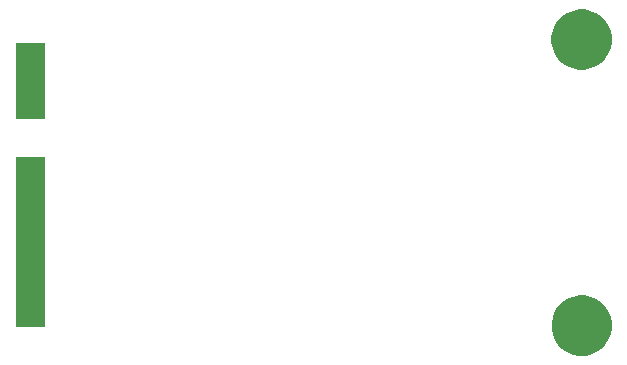
<source format=gbr>
G04 #@! TF.GenerationSoftware,KiCad,Pcbnew,5.1.5+dfsg1-2build2*
G04 #@! TF.CreationDate,2021-02-22T11:33:45+01:00*
G04 #@! TF.ProjectId,Lomu-hw,4c6f6d75-2d68-4772-9e6b-696361645f70,rev?*
G04 #@! TF.SameCoordinates,Original*
G04 #@! TF.FileFunction,Soldermask,Bot*
G04 #@! TF.FilePolarity,Negative*
%FSLAX46Y46*%
G04 Gerber Fmt 4.6, Leading zero omitted, Abs format (unit mm)*
G04 Created by KiCad (PCBNEW 5.1.5+dfsg1-2build2) date 2021-02-22 11:33:45*
%MOMM*%
%LPD*%
G04 APERTURE LIST*
%ADD10C,0.100000*%
G04 APERTURE END LIST*
D10*
G36*
X163900998Y-75098313D02*
G01*
X164285310Y-75257500D01*
X164365252Y-75290613D01*
X164783068Y-75569789D01*
X165138391Y-75925112D01*
X165417567Y-76342928D01*
X165417568Y-76342930D01*
X165609867Y-76807182D01*
X165707900Y-77300027D01*
X165707900Y-77802533D01*
X165609867Y-78295378D01*
X165417568Y-78759630D01*
X165417567Y-78759632D01*
X165138391Y-79177448D01*
X164783068Y-79532771D01*
X164365252Y-79811947D01*
X164365251Y-79811948D01*
X164365250Y-79811948D01*
X163900998Y-80004247D01*
X163408153Y-80102280D01*
X162905647Y-80102280D01*
X162412802Y-80004247D01*
X161948550Y-79811948D01*
X161948549Y-79811948D01*
X161948548Y-79811947D01*
X161530732Y-79532771D01*
X161175409Y-79177448D01*
X160896233Y-78759632D01*
X160896232Y-78759630D01*
X160703933Y-78295378D01*
X160605900Y-77802533D01*
X160605900Y-77300027D01*
X160703933Y-76807182D01*
X160896232Y-76342930D01*
X160896233Y-76342928D01*
X161175409Y-75925112D01*
X161530732Y-75569789D01*
X161948548Y-75290613D01*
X162028490Y-75257500D01*
X162412802Y-75098313D01*
X162905647Y-75000280D01*
X163408153Y-75000280D01*
X163900998Y-75098313D01*
G37*
G36*
X117726780Y-77657500D02*
G01*
X115226780Y-77657500D01*
X115226780Y-63257500D01*
X117726780Y-63257500D01*
X117726780Y-77657500D01*
G37*
G36*
X117726780Y-60057500D02*
G01*
X115226780Y-60057500D01*
X115226780Y-53657500D01*
X117726780Y-53657500D01*
X117726780Y-60057500D01*
G37*
G36*
X163898458Y-50874333D02*
G01*
X164362710Y-51066632D01*
X164362712Y-51066633D01*
X164780528Y-51345809D01*
X165135851Y-51701132D01*
X165415027Y-52118948D01*
X165415028Y-52118950D01*
X165607327Y-52583202D01*
X165705360Y-53076047D01*
X165705360Y-53578553D01*
X165607327Y-54071398D01*
X165415028Y-54535650D01*
X165415027Y-54535652D01*
X165135851Y-54953468D01*
X164780528Y-55308791D01*
X164362712Y-55587967D01*
X164362711Y-55587968D01*
X164362710Y-55587968D01*
X163898458Y-55780267D01*
X163405613Y-55878300D01*
X162903107Y-55878300D01*
X162410262Y-55780267D01*
X161946010Y-55587968D01*
X161946009Y-55587968D01*
X161946008Y-55587967D01*
X161528192Y-55308791D01*
X161172869Y-54953468D01*
X160893693Y-54535652D01*
X160893692Y-54535650D01*
X160701393Y-54071398D01*
X160603360Y-53578553D01*
X160603360Y-53076047D01*
X160701393Y-52583202D01*
X160893692Y-52118950D01*
X160893693Y-52118948D01*
X161172869Y-51701132D01*
X161528192Y-51345809D01*
X161946008Y-51066633D01*
X161946010Y-51066632D01*
X162410262Y-50874333D01*
X162903107Y-50776300D01*
X163405613Y-50776300D01*
X163898458Y-50874333D01*
G37*
M02*

</source>
